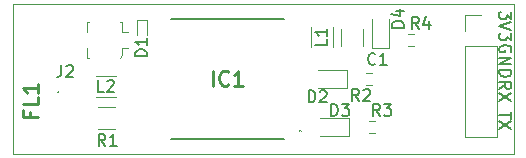
<source format=gbr>
%TF.GenerationSoftware,KiCad,Pcbnew,(6.0.9)*%
%TF.CreationDate,2022-12-24T19:37:37+02:00*%
%TF.ProjectId,GPSBoard,47505342-6f61-4726-942e-6b696361645f,rev?*%
%TF.SameCoordinates,Original*%
%TF.FileFunction,Legend,Top*%
%TF.FilePolarity,Positive*%
%FSLAX46Y46*%
G04 Gerber Fmt 4.6, Leading zero omitted, Abs format (unit mm)*
G04 Created by KiCad (PCBNEW (6.0.9)) date 2022-12-24 19:37:37*
%MOMM*%
%LPD*%
G01*
G04 APERTURE LIST*
%TA.AperFunction,Profile*%
%ADD10C,0.050000*%
%TD*%
%ADD11C,0.150000*%
%ADD12C,0.254000*%
%ADD13C,0.120000*%
%ADD14C,0.100000*%
%ADD15C,0.200000*%
G04 APERTURE END LIST*
D10*
X70739000Y-62230000D02*
X113157000Y-62230000D01*
X113157000Y-62230000D02*
X113157000Y-74930000D01*
X113157000Y-74930000D02*
X70739000Y-74930000D01*
X70739000Y-74930000D02*
X70739000Y-62230000D01*
D11*
X112942619Y-71374095D02*
X112942619Y-71945523D01*
X111942619Y-71659809D02*
X112942619Y-71659809D01*
X112942619Y-72183619D02*
X111942619Y-72850285D01*
X112942619Y-72850285D02*
X111942619Y-72183619D01*
X112895000Y-66294095D02*
X112942619Y-66198857D01*
X112942619Y-66056000D01*
X112895000Y-65913142D01*
X112799761Y-65817904D01*
X112704523Y-65770285D01*
X112514047Y-65722666D01*
X112371190Y-65722666D01*
X112180714Y-65770285D01*
X112085476Y-65817904D01*
X111990238Y-65913142D01*
X111942619Y-66056000D01*
X111942619Y-66151238D01*
X111990238Y-66294095D01*
X112037857Y-66341714D01*
X112371190Y-66341714D01*
X112371190Y-66151238D01*
X111942619Y-66770285D02*
X112942619Y-66770285D01*
X111942619Y-67341714D01*
X112942619Y-67341714D01*
X111942619Y-67817904D02*
X112942619Y-67817904D01*
X112942619Y-68056000D01*
X112895000Y-68198857D01*
X112799761Y-68294095D01*
X112704523Y-68341714D01*
X112514047Y-68389333D01*
X112371190Y-68389333D01*
X112180714Y-68341714D01*
X112085476Y-68294095D01*
X111990238Y-68198857D01*
X111942619Y-68056000D01*
X111942619Y-67817904D01*
X111942619Y-69429333D02*
X112418809Y-69096000D01*
X111942619Y-68857904D02*
X112942619Y-68857904D01*
X112942619Y-69238857D01*
X112895000Y-69334095D01*
X112847380Y-69381714D01*
X112752142Y-69429333D01*
X112609285Y-69429333D01*
X112514047Y-69381714D01*
X112466428Y-69334095D01*
X112418809Y-69238857D01*
X112418809Y-68857904D01*
X112942619Y-69762666D02*
X111942619Y-70429333D01*
X112942619Y-70429333D02*
X111942619Y-69762666D01*
X112942619Y-62896904D02*
X112942619Y-63515952D01*
X112561666Y-63182619D01*
X112561666Y-63325476D01*
X112514047Y-63420714D01*
X112466428Y-63468333D01*
X112371190Y-63515952D01*
X112133095Y-63515952D01*
X112037857Y-63468333D01*
X111990238Y-63420714D01*
X111942619Y-63325476D01*
X111942619Y-63039761D01*
X111990238Y-62944523D01*
X112037857Y-62896904D01*
X112942619Y-63801666D02*
X111942619Y-64135000D01*
X112942619Y-64468333D01*
X112942619Y-64706428D02*
X112942619Y-65325476D01*
X112561666Y-64992142D01*
X112561666Y-65135000D01*
X112514047Y-65230238D01*
X112466428Y-65277857D01*
X112371190Y-65325476D01*
X112133095Y-65325476D01*
X112037857Y-65277857D01*
X111990238Y-65230238D01*
X111942619Y-65135000D01*
X111942619Y-64849285D01*
X111990238Y-64754047D01*
X112037857Y-64706428D01*
%TO.C,D4*%
X103830380Y-64238095D02*
X102830380Y-64238095D01*
X102830380Y-64000000D01*
X102878000Y-63857142D01*
X102973238Y-63761904D01*
X103068476Y-63714285D01*
X103258952Y-63666666D01*
X103401809Y-63666666D01*
X103592285Y-63714285D01*
X103687523Y-63761904D01*
X103782761Y-63857142D01*
X103830380Y-64000000D01*
X103830380Y-64238095D01*
X103163714Y-62809523D02*
X103830380Y-62809523D01*
X102782761Y-63047619D02*
X103497047Y-63285714D01*
X103497047Y-62666666D01*
%TO.C,R3*%
X101814333Y-71699380D02*
X101481000Y-71223190D01*
X101242904Y-71699380D02*
X101242904Y-70699380D01*
X101623857Y-70699380D01*
X101719095Y-70747000D01*
X101766714Y-70794619D01*
X101814333Y-70889857D01*
X101814333Y-71032714D01*
X101766714Y-71127952D01*
X101719095Y-71175571D01*
X101623857Y-71223190D01*
X101242904Y-71223190D01*
X102147666Y-70699380D02*
X102766714Y-70699380D01*
X102433380Y-71080333D01*
X102576238Y-71080333D01*
X102671476Y-71127952D01*
X102719095Y-71175571D01*
X102766714Y-71270809D01*
X102766714Y-71508904D01*
X102719095Y-71604142D01*
X102671476Y-71651761D01*
X102576238Y-71699380D01*
X102290523Y-71699380D01*
X102195285Y-71651761D01*
X102147666Y-71604142D01*
%TO.C,L2*%
X78446333Y-69667380D02*
X77970142Y-69667380D01*
X77970142Y-68667380D01*
X78732047Y-68762619D02*
X78779666Y-68715000D01*
X78874904Y-68667380D01*
X79113000Y-68667380D01*
X79208238Y-68715000D01*
X79255857Y-68762619D01*
X79303476Y-68857857D01*
X79303476Y-68953095D01*
X79255857Y-69095952D01*
X78684428Y-69667380D01*
X79303476Y-69667380D01*
%TO.C,J2*%
X74850666Y-67397380D02*
X74850666Y-68111666D01*
X74803047Y-68254523D01*
X74707809Y-68349761D01*
X74564952Y-68397380D01*
X74469714Y-68397380D01*
X75279238Y-67492619D02*
X75326857Y-67445000D01*
X75422095Y-67397380D01*
X75660190Y-67397380D01*
X75755428Y-67445000D01*
X75803047Y-67492619D01*
X75850666Y-67587857D01*
X75850666Y-67683095D01*
X75803047Y-67825952D01*
X75231619Y-68397380D01*
X75850666Y-68397380D01*
%TO.C,C1*%
X101433333Y-67286142D02*
X101385714Y-67333761D01*
X101242857Y-67381380D01*
X101147619Y-67381380D01*
X101004761Y-67333761D01*
X100909523Y-67238523D01*
X100861904Y-67143285D01*
X100814285Y-66952809D01*
X100814285Y-66809952D01*
X100861904Y-66619476D01*
X100909523Y-66524238D01*
X101004761Y-66429000D01*
X101147619Y-66381380D01*
X101242857Y-66381380D01*
X101385714Y-66429000D01*
X101433333Y-66476619D01*
X102385714Y-67381380D02*
X101814285Y-67381380D01*
X102100000Y-67381380D02*
X102100000Y-66381380D01*
X102004761Y-66524238D01*
X101909523Y-66619476D01*
X101814285Y-66667095D01*
%TO.C,D1*%
X82113380Y-66651095D02*
X81113380Y-66651095D01*
X81113380Y-66413000D01*
X81161000Y-66270142D01*
X81256238Y-66174904D01*
X81351476Y-66127285D01*
X81541952Y-66079666D01*
X81684809Y-66079666D01*
X81875285Y-66127285D01*
X81970523Y-66174904D01*
X82065761Y-66270142D01*
X82113380Y-66413000D01*
X82113380Y-66651095D01*
X82113380Y-65127285D02*
X82113380Y-65698714D01*
X82113380Y-65413000D02*
X81113380Y-65413000D01*
X81256238Y-65508238D01*
X81351476Y-65603476D01*
X81399095Y-65698714D01*
%TO.C,R2*%
X100036333Y-70429380D02*
X99703000Y-69953190D01*
X99464904Y-70429380D02*
X99464904Y-69429380D01*
X99845857Y-69429380D01*
X99941095Y-69477000D01*
X99988714Y-69524619D01*
X100036333Y-69619857D01*
X100036333Y-69762714D01*
X99988714Y-69857952D01*
X99941095Y-69905571D01*
X99845857Y-69953190D01*
X99464904Y-69953190D01*
X100417285Y-69524619D02*
X100464904Y-69477000D01*
X100560142Y-69429380D01*
X100798238Y-69429380D01*
X100893476Y-69477000D01*
X100941095Y-69524619D01*
X100988714Y-69619857D01*
X100988714Y-69715095D01*
X100941095Y-69857952D01*
X100369666Y-70429380D01*
X100988714Y-70429380D01*
%TO.C,D2*%
X95781904Y-70556380D02*
X95781904Y-69556380D01*
X96020000Y-69556380D01*
X96162857Y-69604000D01*
X96258095Y-69699238D01*
X96305714Y-69794476D01*
X96353333Y-69984952D01*
X96353333Y-70127809D01*
X96305714Y-70318285D01*
X96258095Y-70413523D01*
X96162857Y-70508761D01*
X96020000Y-70556380D01*
X95781904Y-70556380D01*
X96734285Y-69651619D02*
X96781904Y-69604000D01*
X96877142Y-69556380D01*
X97115238Y-69556380D01*
X97210476Y-69604000D01*
X97258095Y-69651619D01*
X97305714Y-69746857D01*
X97305714Y-69842095D01*
X97258095Y-69984952D01*
X96686666Y-70556380D01*
X97305714Y-70556380D01*
%TO.C,R1*%
X78573333Y-74239380D02*
X78240000Y-73763190D01*
X78001904Y-74239380D02*
X78001904Y-73239380D01*
X78382857Y-73239380D01*
X78478095Y-73287000D01*
X78525714Y-73334619D01*
X78573333Y-73429857D01*
X78573333Y-73572714D01*
X78525714Y-73667952D01*
X78478095Y-73715571D01*
X78382857Y-73763190D01*
X78001904Y-73763190D01*
X79525714Y-74239380D02*
X78954285Y-74239380D01*
X79240000Y-74239380D02*
X79240000Y-73239380D01*
X79144761Y-73382238D01*
X79049523Y-73477476D01*
X78954285Y-73525095D01*
%TO.C,D3*%
X97686904Y-71699380D02*
X97686904Y-70699380D01*
X97925000Y-70699380D01*
X98067857Y-70747000D01*
X98163095Y-70842238D01*
X98210714Y-70937476D01*
X98258333Y-71127952D01*
X98258333Y-71270809D01*
X98210714Y-71461285D01*
X98163095Y-71556523D01*
X98067857Y-71651761D01*
X97925000Y-71699380D01*
X97686904Y-71699380D01*
X98591666Y-70699380D02*
X99210714Y-70699380D01*
X98877380Y-71080333D01*
X99020238Y-71080333D01*
X99115476Y-71127952D01*
X99163095Y-71175571D01*
X99210714Y-71270809D01*
X99210714Y-71508904D01*
X99163095Y-71604142D01*
X99115476Y-71651761D01*
X99020238Y-71699380D01*
X98734523Y-71699380D01*
X98639285Y-71651761D01*
X98591666Y-71604142D01*
D12*
%TO.C,FL1*%
X72172285Y-71382380D02*
X72172285Y-71805714D01*
X72837523Y-71805714D02*
X71567523Y-71805714D01*
X71567523Y-71200952D01*
X72837523Y-70112380D02*
X72837523Y-70717142D01*
X71567523Y-70717142D01*
X72837523Y-69023809D02*
X72837523Y-69749523D01*
X72837523Y-69386666D02*
X71567523Y-69386666D01*
X71748952Y-69507619D01*
X71869904Y-69628571D01*
X71930380Y-69749523D01*
D11*
%TO.C,R4*%
X105116333Y-64333380D02*
X104783000Y-63857190D01*
X104544904Y-64333380D02*
X104544904Y-63333380D01*
X104925857Y-63333380D01*
X105021095Y-63381000D01*
X105068714Y-63428619D01*
X105116333Y-63523857D01*
X105116333Y-63666714D01*
X105068714Y-63761952D01*
X105021095Y-63809571D01*
X104925857Y-63857190D01*
X104544904Y-63857190D01*
X105973476Y-63666714D02*
X105973476Y-64333380D01*
X105735380Y-63285761D02*
X105497285Y-64000047D01*
X106116333Y-64000047D01*
%TO.C,L1*%
X97353380Y-65202166D02*
X97353380Y-65678357D01*
X96353380Y-65678357D01*
X97353380Y-64345023D02*
X97353380Y-64916452D01*
X97353380Y-64630738D02*
X96353380Y-64630738D01*
X96496238Y-64725976D01*
X96591476Y-64821214D01*
X96639095Y-64916452D01*
D12*
%TO.C,IC1*%
X87660238Y-69154523D02*
X87660238Y-67884523D01*
X88990714Y-69033571D02*
X88930238Y-69094047D01*
X88748809Y-69154523D01*
X88627857Y-69154523D01*
X88446428Y-69094047D01*
X88325476Y-68973095D01*
X88265000Y-68852142D01*
X88204523Y-68610238D01*
X88204523Y-68428809D01*
X88265000Y-68186904D01*
X88325476Y-68065952D01*
X88446428Y-67945000D01*
X88627857Y-67884523D01*
X88748809Y-67884523D01*
X88930238Y-67945000D01*
X88990714Y-68005476D01*
X90200238Y-69154523D02*
X89474523Y-69154523D01*
X89837380Y-69154523D02*
X89837380Y-67884523D01*
X89716428Y-68065952D01*
X89595476Y-68186904D01*
X89474523Y-68247380D01*
D13*
%TO.C,D4*%
X101119000Y-63476000D02*
X101119000Y-65936000D01*
X101119000Y-65936000D02*
X102589000Y-65936000D01*
X102589000Y-65936000D02*
X102589000Y-63476000D01*
%TO.C,R3*%
X100860776Y-72121500D02*
X101370224Y-72121500D01*
X100860776Y-73166500D02*
X101370224Y-73166500D01*
%TO.C,L2*%
X79436742Y-68305000D02*
X77766258Y-68305000D01*
X79436742Y-70125000D02*
X77766258Y-70125000D01*
%TO.C,J2*%
X80010000Y-64578000D02*
X80510000Y-64578000D01*
X80010000Y-66578000D02*
X79810000Y-66778000D01*
X77210000Y-66778000D02*
X77010000Y-66778000D01*
X80010000Y-65978000D02*
X80510000Y-65978000D01*
X77010000Y-64578000D02*
X77010000Y-63778000D01*
X80010000Y-65978000D02*
X80010000Y-66578000D01*
X79810000Y-63778000D02*
X80010000Y-63778000D01*
X77010000Y-66778000D02*
X77010000Y-65978000D01*
X80010000Y-63778000D02*
X80010000Y-64578000D01*
X77010000Y-63778000D02*
X77210000Y-63778000D01*
%TO.C,C1*%
X98531000Y-64351248D02*
X98531000Y-65773752D01*
X100351000Y-64351248D02*
X100351000Y-65773752D01*
%TO.C,D1*%
X82061000Y-64850000D02*
X82061000Y-63550000D01*
X82061000Y-63550000D02*
X81261000Y-63550000D01*
X81261000Y-64850000D02*
X81261000Y-63550000D01*
%TO.C,R2*%
X100606776Y-68057500D02*
X101116224Y-68057500D01*
X100606776Y-69102500D02*
X101116224Y-69102500D01*
%TO.C,D2*%
X96609000Y-69315000D02*
X99069000Y-69315000D01*
X99069000Y-69315000D02*
X99069000Y-67845000D01*
X99069000Y-67845000D02*
X96609000Y-67845000D01*
%TO.C,R1*%
X77911936Y-72792000D02*
X79366064Y-72792000D01*
X77911936Y-70972000D02*
X79366064Y-70972000D01*
%TO.C,D3*%
X96722000Y-73379000D02*
X99182000Y-73379000D01*
X99182000Y-71909000D02*
X96722000Y-71909000D01*
X99182000Y-73379000D02*
X99182000Y-71909000D01*
D14*
%TO.C,FL1*%
X74549000Y-69720000D02*
X74549000Y-69720000D01*
X74549000Y-69620000D02*
X74549000Y-69620000D01*
X74549000Y-69620000D02*
G75*
G03*
X74549000Y-69720000I0J-50000D01*
G01*
X74549000Y-69720000D02*
G75*
G03*
X74549000Y-69620000I0J50000D01*
G01*
D13*
%TO.C,R4*%
X104162776Y-64755500D02*
X104672224Y-64755500D01*
X104162776Y-65800500D02*
X104672224Y-65800500D01*
%TO.C,L1*%
X97811000Y-64200258D02*
X97811000Y-65870742D01*
X95991000Y-64200258D02*
X95991000Y-65870742D01*
%TO.C,J1*%
X109033000Y-73466000D02*
X111693000Y-73466000D01*
X109033000Y-65786000D02*
X111693000Y-65786000D01*
X109033000Y-65786000D02*
X109033000Y-73466000D01*
X111693000Y-65786000D02*
X111693000Y-73466000D01*
X109033000Y-64516000D02*
X109033000Y-63186000D01*
X109033000Y-63186000D02*
X110363000Y-63186000D01*
D15*
%TO.C,IC1*%
X93700000Y-73630000D02*
X84100000Y-73630000D01*
D14*
X95100000Y-72980000D02*
X95100000Y-72980000D01*
D15*
X93700000Y-63530000D02*
X84100000Y-63530000D01*
D14*
X95000000Y-72980000D02*
X95000000Y-72980000D01*
X95100000Y-72980000D02*
G75*
G03*
X95000000Y-72980000I-50000J0D01*
G01*
X95000000Y-72980000D02*
G75*
G03*
X95100000Y-72980000I50000J0D01*
G01*
%TD*%
M02*

</source>
